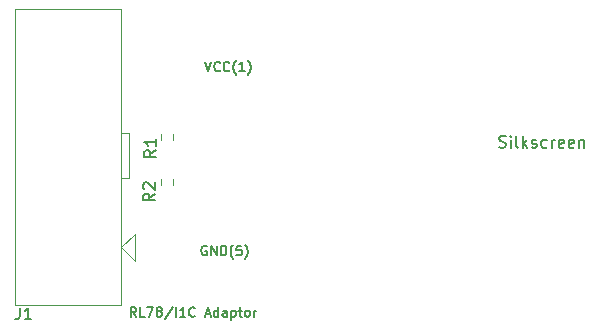
<source format=gbr>
%TF.GenerationSoftware,KiCad,Pcbnew,7.0.10*%
%TF.CreationDate,2024-07-25T10:46:56+01:00*%
%TF.ProjectId,RL78I1C_PMOD_PROG_ADAPTOR_NON_ISO,524c3738-4931-4435-9f50-4d4f445f5052,0*%
%TF.SameCoordinates,Original*%
%TF.FileFunction,Legend,Top*%
%TF.FilePolarity,Positive*%
%FSLAX46Y46*%
G04 Gerber Fmt 4.6, Leading zero omitted, Abs format (unit mm)*
G04 Created by KiCad (PCBNEW 7.0.10) date 2024-07-25 10:46:56*
%MOMM*%
%LPD*%
G01*
G04 APERTURE LIST*
%ADD10C,0.150000*%
%ADD11C,0.200000*%
%ADD12C,0.120000*%
%ADD13C,0.100000*%
G04 APERTURE END LIST*
D10*
X178389160Y-93322200D02*
X178532017Y-93369819D01*
X178532017Y-93369819D02*
X178770112Y-93369819D01*
X178770112Y-93369819D02*
X178865350Y-93322200D01*
X178865350Y-93322200D02*
X178912969Y-93274580D01*
X178912969Y-93274580D02*
X178960588Y-93179342D01*
X178960588Y-93179342D02*
X178960588Y-93084104D01*
X178960588Y-93084104D02*
X178912969Y-92988866D01*
X178912969Y-92988866D02*
X178865350Y-92941247D01*
X178865350Y-92941247D02*
X178770112Y-92893628D01*
X178770112Y-92893628D02*
X178579636Y-92846009D01*
X178579636Y-92846009D02*
X178484398Y-92798390D01*
X178484398Y-92798390D02*
X178436779Y-92750771D01*
X178436779Y-92750771D02*
X178389160Y-92655533D01*
X178389160Y-92655533D02*
X178389160Y-92560295D01*
X178389160Y-92560295D02*
X178436779Y-92465057D01*
X178436779Y-92465057D02*
X178484398Y-92417438D01*
X178484398Y-92417438D02*
X178579636Y-92369819D01*
X178579636Y-92369819D02*
X178817731Y-92369819D01*
X178817731Y-92369819D02*
X178960588Y-92417438D01*
X179389160Y-93369819D02*
X179389160Y-92703152D01*
X179389160Y-92369819D02*
X179341541Y-92417438D01*
X179341541Y-92417438D02*
X179389160Y-92465057D01*
X179389160Y-92465057D02*
X179436779Y-92417438D01*
X179436779Y-92417438D02*
X179389160Y-92369819D01*
X179389160Y-92369819D02*
X179389160Y-92465057D01*
X180008207Y-93369819D02*
X179912969Y-93322200D01*
X179912969Y-93322200D02*
X179865350Y-93226961D01*
X179865350Y-93226961D02*
X179865350Y-92369819D01*
X180389160Y-93369819D02*
X180389160Y-92369819D01*
X180484398Y-92988866D02*
X180770112Y-93369819D01*
X180770112Y-92703152D02*
X180389160Y-93084104D01*
X181151065Y-93322200D02*
X181246303Y-93369819D01*
X181246303Y-93369819D02*
X181436779Y-93369819D01*
X181436779Y-93369819D02*
X181532017Y-93322200D01*
X181532017Y-93322200D02*
X181579636Y-93226961D01*
X181579636Y-93226961D02*
X181579636Y-93179342D01*
X181579636Y-93179342D02*
X181532017Y-93084104D01*
X181532017Y-93084104D02*
X181436779Y-93036485D01*
X181436779Y-93036485D02*
X181293922Y-93036485D01*
X181293922Y-93036485D02*
X181198684Y-92988866D01*
X181198684Y-92988866D02*
X181151065Y-92893628D01*
X181151065Y-92893628D02*
X181151065Y-92846009D01*
X181151065Y-92846009D02*
X181198684Y-92750771D01*
X181198684Y-92750771D02*
X181293922Y-92703152D01*
X181293922Y-92703152D02*
X181436779Y-92703152D01*
X181436779Y-92703152D02*
X181532017Y-92750771D01*
X182436779Y-93322200D02*
X182341541Y-93369819D01*
X182341541Y-93369819D02*
X182151065Y-93369819D01*
X182151065Y-93369819D02*
X182055827Y-93322200D01*
X182055827Y-93322200D02*
X182008208Y-93274580D01*
X182008208Y-93274580D02*
X181960589Y-93179342D01*
X181960589Y-93179342D02*
X181960589Y-92893628D01*
X181960589Y-92893628D02*
X182008208Y-92798390D01*
X182008208Y-92798390D02*
X182055827Y-92750771D01*
X182055827Y-92750771D02*
X182151065Y-92703152D01*
X182151065Y-92703152D02*
X182341541Y-92703152D01*
X182341541Y-92703152D02*
X182436779Y-92750771D01*
X182865351Y-93369819D02*
X182865351Y-92703152D01*
X182865351Y-92893628D02*
X182912970Y-92798390D01*
X182912970Y-92798390D02*
X182960589Y-92750771D01*
X182960589Y-92750771D02*
X183055827Y-92703152D01*
X183055827Y-92703152D02*
X183151065Y-92703152D01*
X183865351Y-93322200D02*
X183770113Y-93369819D01*
X183770113Y-93369819D02*
X183579637Y-93369819D01*
X183579637Y-93369819D02*
X183484399Y-93322200D01*
X183484399Y-93322200D02*
X183436780Y-93226961D01*
X183436780Y-93226961D02*
X183436780Y-92846009D01*
X183436780Y-92846009D02*
X183484399Y-92750771D01*
X183484399Y-92750771D02*
X183579637Y-92703152D01*
X183579637Y-92703152D02*
X183770113Y-92703152D01*
X183770113Y-92703152D02*
X183865351Y-92750771D01*
X183865351Y-92750771D02*
X183912970Y-92846009D01*
X183912970Y-92846009D02*
X183912970Y-92941247D01*
X183912970Y-92941247D02*
X183436780Y-93036485D01*
X184722494Y-93322200D02*
X184627256Y-93369819D01*
X184627256Y-93369819D02*
X184436780Y-93369819D01*
X184436780Y-93369819D02*
X184341542Y-93322200D01*
X184341542Y-93322200D02*
X184293923Y-93226961D01*
X184293923Y-93226961D02*
X184293923Y-92846009D01*
X184293923Y-92846009D02*
X184341542Y-92750771D01*
X184341542Y-92750771D02*
X184436780Y-92703152D01*
X184436780Y-92703152D02*
X184627256Y-92703152D01*
X184627256Y-92703152D02*
X184722494Y-92750771D01*
X184722494Y-92750771D02*
X184770113Y-92846009D01*
X184770113Y-92846009D02*
X184770113Y-92941247D01*
X184770113Y-92941247D02*
X184293923Y-93036485D01*
X185198685Y-92703152D02*
X185198685Y-93369819D01*
X185198685Y-92798390D02*
X185246304Y-92750771D01*
X185246304Y-92750771D02*
X185341542Y-92703152D01*
X185341542Y-92703152D02*
X185484399Y-92703152D01*
X185484399Y-92703152D02*
X185579637Y-92750771D01*
X185579637Y-92750771D02*
X185627256Y-92846009D01*
X185627256Y-92846009D02*
X185627256Y-93369819D01*
D11*
X153641101Y-101729790D02*
X153564911Y-101691695D01*
X153564911Y-101691695D02*
X153450625Y-101691695D01*
X153450625Y-101691695D02*
X153336339Y-101729790D01*
X153336339Y-101729790D02*
X153260149Y-101805980D01*
X153260149Y-101805980D02*
X153222054Y-101882171D01*
X153222054Y-101882171D02*
X153183958Y-102034552D01*
X153183958Y-102034552D02*
X153183958Y-102148838D01*
X153183958Y-102148838D02*
X153222054Y-102301219D01*
X153222054Y-102301219D02*
X153260149Y-102377409D01*
X153260149Y-102377409D02*
X153336339Y-102453600D01*
X153336339Y-102453600D02*
X153450625Y-102491695D01*
X153450625Y-102491695D02*
X153526816Y-102491695D01*
X153526816Y-102491695D02*
X153641101Y-102453600D01*
X153641101Y-102453600D02*
X153679197Y-102415504D01*
X153679197Y-102415504D02*
X153679197Y-102148838D01*
X153679197Y-102148838D02*
X153526816Y-102148838D01*
X154022054Y-102491695D02*
X154022054Y-101691695D01*
X154022054Y-101691695D02*
X154479197Y-102491695D01*
X154479197Y-102491695D02*
X154479197Y-101691695D01*
X154860149Y-102491695D02*
X154860149Y-101691695D01*
X154860149Y-101691695D02*
X155050625Y-101691695D01*
X155050625Y-101691695D02*
X155164911Y-101729790D01*
X155164911Y-101729790D02*
X155241101Y-101805980D01*
X155241101Y-101805980D02*
X155279196Y-101882171D01*
X155279196Y-101882171D02*
X155317292Y-102034552D01*
X155317292Y-102034552D02*
X155317292Y-102148838D01*
X155317292Y-102148838D02*
X155279196Y-102301219D01*
X155279196Y-102301219D02*
X155241101Y-102377409D01*
X155241101Y-102377409D02*
X155164911Y-102453600D01*
X155164911Y-102453600D02*
X155050625Y-102491695D01*
X155050625Y-102491695D02*
X154860149Y-102491695D01*
X155888720Y-102796457D02*
X155850625Y-102758361D01*
X155850625Y-102758361D02*
X155774434Y-102644076D01*
X155774434Y-102644076D02*
X155736339Y-102567885D01*
X155736339Y-102567885D02*
X155698244Y-102453600D01*
X155698244Y-102453600D02*
X155660149Y-102263123D01*
X155660149Y-102263123D02*
X155660149Y-102110742D01*
X155660149Y-102110742D02*
X155698244Y-101920266D01*
X155698244Y-101920266D02*
X155736339Y-101805980D01*
X155736339Y-101805980D02*
X155774434Y-101729790D01*
X155774434Y-101729790D02*
X155850625Y-101615504D01*
X155850625Y-101615504D02*
X155888720Y-101577409D01*
X156574434Y-101691695D02*
X156193482Y-101691695D01*
X156193482Y-101691695D02*
X156155386Y-102072647D01*
X156155386Y-102072647D02*
X156193482Y-102034552D01*
X156193482Y-102034552D02*
X156269672Y-101996457D01*
X156269672Y-101996457D02*
X156460148Y-101996457D01*
X156460148Y-101996457D02*
X156536339Y-102034552D01*
X156536339Y-102034552D02*
X156574434Y-102072647D01*
X156574434Y-102072647D02*
X156612529Y-102148838D01*
X156612529Y-102148838D02*
X156612529Y-102339314D01*
X156612529Y-102339314D02*
X156574434Y-102415504D01*
X156574434Y-102415504D02*
X156536339Y-102453600D01*
X156536339Y-102453600D02*
X156460148Y-102491695D01*
X156460148Y-102491695D02*
X156269672Y-102491695D01*
X156269672Y-102491695D02*
X156193482Y-102453600D01*
X156193482Y-102453600D02*
X156155386Y-102415504D01*
X156879196Y-102796457D02*
X156917291Y-102758361D01*
X156917291Y-102758361D02*
X156993482Y-102644076D01*
X156993482Y-102644076D02*
X157031577Y-102567885D01*
X157031577Y-102567885D02*
X157069672Y-102453600D01*
X157069672Y-102453600D02*
X157107768Y-102263123D01*
X157107768Y-102263123D02*
X157107768Y-102110742D01*
X157107768Y-102110742D02*
X157069672Y-101920266D01*
X157069672Y-101920266D02*
X157031577Y-101805980D01*
X157031577Y-101805980D02*
X156993482Y-101729790D01*
X156993482Y-101729790D02*
X156917291Y-101615504D01*
X156917291Y-101615504D02*
X156879196Y-101577409D01*
X147679197Y-107691695D02*
X147412530Y-107310742D01*
X147222054Y-107691695D02*
X147222054Y-106891695D01*
X147222054Y-106891695D02*
X147526816Y-106891695D01*
X147526816Y-106891695D02*
X147603006Y-106929790D01*
X147603006Y-106929790D02*
X147641101Y-106967885D01*
X147641101Y-106967885D02*
X147679197Y-107044076D01*
X147679197Y-107044076D02*
X147679197Y-107158361D01*
X147679197Y-107158361D02*
X147641101Y-107234552D01*
X147641101Y-107234552D02*
X147603006Y-107272647D01*
X147603006Y-107272647D02*
X147526816Y-107310742D01*
X147526816Y-107310742D02*
X147222054Y-107310742D01*
X148403006Y-107691695D02*
X148022054Y-107691695D01*
X148022054Y-107691695D02*
X148022054Y-106891695D01*
X148593482Y-106891695D02*
X149126816Y-106891695D01*
X149126816Y-106891695D02*
X148783958Y-107691695D01*
X149545863Y-107234552D02*
X149469673Y-107196457D01*
X149469673Y-107196457D02*
X149431578Y-107158361D01*
X149431578Y-107158361D02*
X149393482Y-107082171D01*
X149393482Y-107082171D02*
X149393482Y-107044076D01*
X149393482Y-107044076D02*
X149431578Y-106967885D01*
X149431578Y-106967885D02*
X149469673Y-106929790D01*
X149469673Y-106929790D02*
X149545863Y-106891695D01*
X149545863Y-106891695D02*
X149698244Y-106891695D01*
X149698244Y-106891695D02*
X149774435Y-106929790D01*
X149774435Y-106929790D02*
X149812530Y-106967885D01*
X149812530Y-106967885D02*
X149850625Y-107044076D01*
X149850625Y-107044076D02*
X149850625Y-107082171D01*
X149850625Y-107082171D02*
X149812530Y-107158361D01*
X149812530Y-107158361D02*
X149774435Y-107196457D01*
X149774435Y-107196457D02*
X149698244Y-107234552D01*
X149698244Y-107234552D02*
X149545863Y-107234552D01*
X149545863Y-107234552D02*
X149469673Y-107272647D01*
X149469673Y-107272647D02*
X149431578Y-107310742D01*
X149431578Y-107310742D02*
X149393482Y-107386933D01*
X149393482Y-107386933D02*
X149393482Y-107539314D01*
X149393482Y-107539314D02*
X149431578Y-107615504D01*
X149431578Y-107615504D02*
X149469673Y-107653600D01*
X149469673Y-107653600D02*
X149545863Y-107691695D01*
X149545863Y-107691695D02*
X149698244Y-107691695D01*
X149698244Y-107691695D02*
X149774435Y-107653600D01*
X149774435Y-107653600D02*
X149812530Y-107615504D01*
X149812530Y-107615504D02*
X149850625Y-107539314D01*
X149850625Y-107539314D02*
X149850625Y-107386933D01*
X149850625Y-107386933D02*
X149812530Y-107310742D01*
X149812530Y-107310742D02*
X149774435Y-107272647D01*
X149774435Y-107272647D02*
X149698244Y-107234552D01*
X150764911Y-106853600D02*
X150079197Y-107882171D01*
X151031578Y-107691695D02*
X151031578Y-106891695D01*
X151831577Y-107691695D02*
X151374434Y-107691695D01*
X151603006Y-107691695D02*
X151603006Y-106891695D01*
X151603006Y-106891695D02*
X151526815Y-107005980D01*
X151526815Y-107005980D02*
X151450625Y-107082171D01*
X151450625Y-107082171D02*
X151374434Y-107120266D01*
X152631578Y-107615504D02*
X152593482Y-107653600D01*
X152593482Y-107653600D02*
X152479197Y-107691695D01*
X152479197Y-107691695D02*
X152403006Y-107691695D01*
X152403006Y-107691695D02*
X152288720Y-107653600D01*
X152288720Y-107653600D02*
X152212530Y-107577409D01*
X152212530Y-107577409D02*
X152174435Y-107501219D01*
X152174435Y-107501219D02*
X152136339Y-107348838D01*
X152136339Y-107348838D02*
X152136339Y-107234552D01*
X152136339Y-107234552D02*
X152174435Y-107082171D01*
X152174435Y-107082171D02*
X152212530Y-107005980D01*
X152212530Y-107005980D02*
X152288720Y-106929790D01*
X152288720Y-106929790D02*
X152403006Y-106891695D01*
X152403006Y-106891695D02*
X152479197Y-106891695D01*
X152479197Y-106891695D02*
X152593482Y-106929790D01*
X152593482Y-106929790D02*
X152631578Y-106967885D01*
X153545863Y-107463123D02*
X153926816Y-107463123D01*
X153469673Y-107691695D02*
X153736340Y-106891695D01*
X153736340Y-106891695D02*
X154003006Y-107691695D01*
X154612530Y-107691695D02*
X154612530Y-106891695D01*
X154612530Y-107653600D02*
X154536339Y-107691695D01*
X154536339Y-107691695D02*
X154383958Y-107691695D01*
X154383958Y-107691695D02*
X154307768Y-107653600D01*
X154307768Y-107653600D02*
X154269673Y-107615504D01*
X154269673Y-107615504D02*
X154231577Y-107539314D01*
X154231577Y-107539314D02*
X154231577Y-107310742D01*
X154231577Y-107310742D02*
X154269673Y-107234552D01*
X154269673Y-107234552D02*
X154307768Y-107196457D01*
X154307768Y-107196457D02*
X154383958Y-107158361D01*
X154383958Y-107158361D02*
X154536339Y-107158361D01*
X154536339Y-107158361D02*
X154612530Y-107196457D01*
X155336340Y-107691695D02*
X155336340Y-107272647D01*
X155336340Y-107272647D02*
X155298245Y-107196457D01*
X155298245Y-107196457D02*
X155222054Y-107158361D01*
X155222054Y-107158361D02*
X155069673Y-107158361D01*
X155069673Y-107158361D02*
X154993483Y-107196457D01*
X155336340Y-107653600D02*
X155260149Y-107691695D01*
X155260149Y-107691695D02*
X155069673Y-107691695D01*
X155069673Y-107691695D02*
X154993483Y-107653600D01*
X154993483Y-107653600D02*
X154955387Y-107577409D01*
X154955387Y-107577409D02*
X154955387Y-107501219D01*
X154955387Y-107501219D02*
X154993483Y-107425028D01*
X154993483Y-107425028D02*
X155069673Y-107386933D01*
X155069673Y-107386933D02*
X155260149Y-107386933D01*
X155260149Y-107386933D02*
X155336340Y-107348838D01*
X155717293Y-107158361D02*
X155717293Y-107958361D01*
X155717293Y-107196457D02*
X155793483Y-107158361D01*
X155793483Y-107158361D02*
X155945864Y-107158361D01*
X155945864Y-107158361D02*
X156022055Y-107196457D01*
X156022055Y-107196457D02*
X156060150Y-107234552D01*
X156060150Y-107234552D02*
X156098245Y-107310742D01*
X156098245Y-107310742D02*
X156098245Y-107539314D01*
X156098245Y-107539314D02*
X156060150Y-107615504D01*
X156060150Y-107615504D02*
X156022055Y-107653600D01*
X156022055Y-107653600D02*
X155945864Y-107691695D01*
X155945864Y-107691695D02*
X155793483Y-107691695D01*
X155793483Y-107691695D02*
X155717293Y-107653600D01*
X156326817Y-107158361D02*
X156631579Y-107158361D01*
X156441103Y-106891695D02*
X156441103Y-107577409D01*
X156441103Y-107577409D02*
X156479198Y-107653600D01*
X156479198Y-107653600D02*
X156555388Y-107691695D01*
X156555388Y-107691695D02*
X156631579Y-107691695D01*
X157012531Y-107691695D02*
X156936341Y-107653600D01*
X156936341Y-107653600D02*
X156898246Y-107615504D01*
X156898246Y-107615504D02*
X156860150Y-107539314D01*
X156860150Y-107539314D02*
X156860150Y-107310742D01*
X156860150Y-107310742D02*
X156898246Y-107234552D01*
X156898246Y-107234552D02*
X156936341Y-107196457D01*
X156936341Y-107196457D02*
X157012531Y-107158361D01*
X157012531Y-107158361D02*
X157126817Y-107158361D01*
X157126817Y-107158361D02*
X157203008Y-107196457D01*
X157203008Y-107196457D02*
X157241103Y-107234552D01*
X157241103Y-107234552D02*
X157279198Y-107310742D01*
X157279198Y-107310742D02*
X157279198Y-107539314D01*
X157279198Y-107539314D02*
X157241103Y-107615504D01*
X157241103Y-107615504D02*
X157203008Y-107653600D01*
X157203008Y-107653600D02*
X157126817Y-107691695D01*
X157126817Y-107691695D02*
X157012531Y-107691695D01*
X157622056Y-107691695D02*
X157622056Y-107158361D01*
X157622056Y-107310742D02*
X157660151Y-107234552D01*
X157660151Y-107234552D02*
X157698246Y-107196457D01*
X157698246Y-107196457D02*
X157774437Y-107158361D01*
X157774437Y-107158361D02*
X157850627Y-107158361D01*
X153507768Y-86091695D02*
X153774435Y-86891695D01*
X153774435Y-86891695D02*
X154041101Y-86091695D01*
X154764911Y-86815504D02*
X154726815Y-86853600D01*
X154726815Y-86853600D02*
X154612530Y-86891695D01*
X154612530Y-86891695D02*
X154536339Y-86891695D01*
X154536339Y-86891695D02*
X154422053Y-86853600D01*
X154422053Y-86853600D02*
X154345863Y-86777409D01*
X154345863Y-86777409D02*
X154307768Y-86701219D01*
X154307768Y-86701219D02*
X154269672Y-86548838D01*
X154269672Y-86548838D02*
X154269672Y-86434552D01*
X154269672Y-86434552D02*
X154307768Y-86282171D01*
X154307768Y-86282171D02*
X154345863Y-86205980D01*
X154345863Y-86205980D02*
X154422053Y-86129790D01*
X154422053Y-86129790D02*
X154536339Y-86091695D01*
X154536339Y-86091695D02*
X154612530Y-86091695D01*
X154612530Y-86091695D02*
X154726815Y-86129790D01*
X154726815Y-86129790D02*
X154764911Y-86167885D01*
X155564911Y-86815504D02*
X155526815Y-86853600D01*
X155526815Y-86853600D02*
X155412530Y-86891695D01*
X155412530Y-86891695D02*
X155336339Y-86891695D01*
X155336339Y-86891695D02*
X155222053Y-86853600D01*
X155222053Y-86853600D02*
X155145863Y-86777409D01*
X155145863Y-86777409D02*
X155107768Y-86701219D01*
X155107768Y-86701219D02*
X155069672Y-86548838D01*
X155069672Y-86548838D02*
X155069672Y-86434552D01*
X155069672Y-86434552D02*
X155107768Y-86282171D01*
X155107768Y-86282171D02*
X155145863Y-86205980D01*
X155145863Y-86205980D02*
X155222053Y-86129790D01*
X155222053Y-86129790D02*
X155336339Y-86091695D01*
X155336339Y-86091695D02*
X155412530Y-86091695D01*
X155412530Y-86091695D02*
X155526815Y-86129790D01*
X155526815Y-86129790D02*
X155564911Y-86167885D01*
X156136339Y-87196457D02*
X156098244Y-87158361D01*
X156098244Y-87158361D02*
X156022053Y-87044076D01*
X156022053Y-87044076D02*
X155983958Y-86967885D01*
X155983958Y-86967885D02*
X155945863Y-86853600D01*
X155945863Y-86853600D02*
X155907768Y-86663123D01*
X155907768Y-86663123D02*
X155907768Y-86510742D01*
X155907768Y-86510742D02*
X155945863Y-86320266D01*
X155945863Y-86320266D02*
X155983958Y-86205980D01*
X155983958Y-86205980D02*
X156022053Y-86129790D01*
X156022053Y-86129790D02*
X156098244Y-86015504D01*
X156098244Y-86015504D02*
X156136339Y-85977409D01*
X156860148Y-86891695D02*
X156403005Y-86891695D01*
X156631577Y-86891695D02*
X156631577Y-86091695D01*
X156631577Y-86091695D02*
X156555386Y-86205980D01*
X156555386Y-86205980D02*
X156479196Y-86282171D01*
X156479196Y-86282171D02*
X156403005Y-86320266D01*
X157126815Y-87196457D02*
X157164910Y-87158361D01*
X157164910Y-87158361D02*
X157241101Y-87044076D01*
X157241101Y-87044076D02*
X157279196Y-86967885D01*
X157279196Y-86967885D02*
X157317291Y-86853600D01*
X157317291Y-86853600D02*
X157355387Y-86663123D01*
X157355387Y-86663123D02*
X157355387Y-86510742D01*
X157355387Y-86510742D02*
X157317291Y-86320266D01*
X157317291Y-86320266D02*
X157279196Y-86205980D01*
X157279196Y-86205980D02*
X157241101Y-86129790D01*
X157241101Y-86129790D02*
X157164910Y-86015504D01*
X157164910Y-86015504D02*
X157126815Y-85977409D01*
D10*
X149254819Y-97266666D02*
X148778628Y-97599999D01*
X149254819Y-97838094D02*
X148254819Y-97838094D01*
X148254819Y-97838094D02*
X148254819Y-97457142D01*
X148254819Y-97457142D02*
X148302438Y-97361904D01*
X148302438Y-97361904D02*
X148350057Y-97314285D01*
X148350057Y-97314285D02*
X148445295Y-97266666D01*
X148445295Y-97266666D02*
X148588152Y-97266666D01*
X148588152Y-97266666D02*
X148683390Y-97314285D01*
X148683390Y-97314285D02*
X148731009Y-97361904D01*
X148731009Y-97361904D02*
X148778628Y-97457142D01*
X148778628Y-97457142D02*
X148778628Y-97838094D01*
X148350057Y-96885713D02*
X148302438Y-96838094D01*
X148302438Y-96838094D02*
X148254819Y-96742856D01*
X148254819Y-96742856D02*
X148254819Y-96504761D01*
X148254819Y-96504761D02*
X148302438Y-96409523D01*
X148302438Y-96409523D02*
X148350057Y-96361904D01*
X148350057Y-96361904D02*
X148445295Y-96314285D01*
X148445295Y-96314285D02*
X148540533Y-96314285D01*
X148540533Y-96314285D02*
X148683390Y-96361904D01*
X148683390Y-96361904D02*
X149254819Y-96933332D01*
X149254819Y-96933332D02*
X149254819Y-96314285D01*
X149354819Y-93566666D02*
X148878628Y-93899999D01*
X149354819Y-94138094D02*
X148354819Y-94138094D01*
X148354819Y-94138094D02*
X148354819Y-93757142D01*
X148354819Y-93757142D02*
X148402438Y-93661904D01*
X148402438Y-93661904D02*
X148450057Y-93614285D01*
X148450057Y-93614285D02*
X148545295Y-93566666D01*
X148545295Y-93566666D02*
X148688152Y-93566666D01*
X148688152Y-93566666D02*
X148783390Y-93614285D01*
X148783390Y-93614285D02*
X148831009Y-93661904D01*
X148831009Y-93661904D02*
X148878628Y-93757142D01*
X148878628Y-93757142D02*
X148878628Y-94138094D01*
X149354819Y-92614285D02*
X149354819Y-93185713D01*
X149354819Y-92899999D02*
X148354819Y-92899999D01*
X148354819Y-92899999D02*
X148497676Y-92995237D01*
X148497676Y-92995237D02*
X148592914Y-93090475D01*
X148592914Y-93090475D02*
X148640533Y-93185713D01*
X137806266Y-106911619D02*
X137806266Y-107625904D01*
X137806266Y-107625904D02*
X137758647Y-107768761D01*
X137758647Y-107768761D02*
X137663409Y-107864000D01*
X137663409Y-107864000D02*
X137520552Y-107911619D01*
X137520552Y-107911619D02*
X137425314Y-107911619D01*
X138806266Y-107911619D02*
X138234838Y-107911619D01*
X138520552Y-107911619D02*
X138520552Y-106911619D01*
X138520552Y-106911619D02*
X138425314Y-107054476D01*
X138425314Y-107054476D02*
X138330076Y-107149714D01*
X138330076Y-107149714D02*
X138234838Y-107197333D01*
D12*
%TO.C,R2*%
X149777500Y-96554724D02*
X149777500Y-96045276D01*
X150822500Y-96554724D02*
X150822500Y-96045276D01*
%TO.C,R1*%
X150822500Y-92245276D02*
X150822500Y-92754724D01*
X149777500Y-92245276D02*
X149777500Y-92754724D01*
D13*
%TO.C,J1*%
X147537600Y-102884800D02*
X147537600Y-100700400D01*
X146420000Y-101818000D02*
X147537600Y-102935600D01*
X146420000Y-101767200D02*
X147537600Y-100649600D01*
X146420000Y-106697200D02*
X137420000Y-106697200D01*
X137420000Y-106697200D02*
X137420000Y-81597200D01*
X137420000Y-81597200D02*
X146420000Y-81597200D01*
X146420000Y-81597200D02*
X146420000Y-106697200D01*
X146420000Y-95976000D02*
X147080400Y-95976000D01*
X147080400Y-95976000D02*
X147080400Y-92166000D01*
X147080400Y-92166000D02*
X146420000Y-92166000D01*
X146420000Y-92166000D02*
X146420000Y-95976000D01*
%TD*%
M02*

</source>
